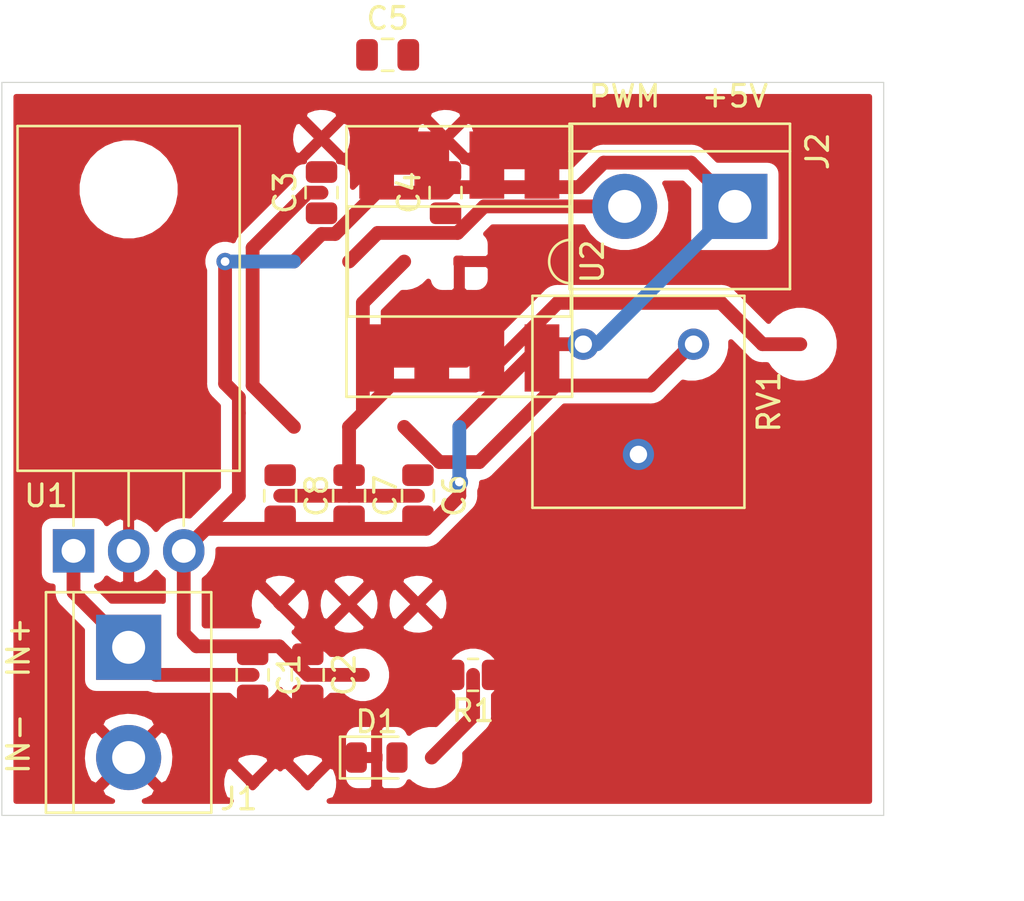
<source format=kicad_pcb>
(kicad_pcb (version 20171130) (host pcbnew "(5.1.7)-1")

  (general
    (thickness 1.6)
    (drawings 10)
    (tracks 66)
    (zones 0)
    (modules 15)
    (nets 9)
  )

  (page A4)
  (layers
    (0 F.Cu signal)
    (31 B.Cu signal)
    (32 B.Adhes user)
    (33 F.Adhes user)
    (34 B.Paste user)
    (35 F.Paste user)
    (36 B.SilkS user)
    (37 F.SilkS user)
    (38 B.Mask user)
    (39 F.Mask user)
    (40 Dwgs.User user)
    (41 Cmts.User user)
    (42 Eco1.User user)
    (43 Eco2.User user)
    (44 Edge.Cuts user)
    (45 Margin user)
    (46 B.CrtYd user)
    (47 F.CrtYd user)
    (48 B.Fab user)
    (49 F.Fab user)
  )

  (setup
    (last_trace_width 0.25)
    (user_trace_width 0.254)
    (user_trace_width 0.635)
    (user_trace_width 1.27)
    (trace_clearance 0.2)
    (zone_clearance 0.508)
    (zone_45_only no)
    (trace_min 0.2)
    (via_size 0.8)
    (via_drill 0.4)
    (via_min_size 0.4)
    (via_min_drill 0.3)
    (user_via 4.2 3)
    (uvia_size 0.3)
    (uvia_drill 0.1)
    (uvias_allowed no)
    (uvia_min_size 0.2)
    (uvia_min_drill 0.1)
    (edge_width 0.05)
    (segment_width 0.2)
    (pcb_text_width 0.3)
    (pcb_text_size 1.5 1.5)
    (mod_edge_width 0.12)
    (mod_text_size 1 1)
    (mod_text_width 0.15)
    (pad_size 1.524 1.524)
    (pad_drill 0.762)
    (pad_to_mask_clearance 0)
    (aux_axis_origin 0 0)
    (grid_origin 27.178 62.992)
    (visible_elements 7FFFFFFF)
    (pcbplotparams
      (layerselection 0x010fc_ffffffff)
      (usegerberextensions false)
      (usegerberattributes true)
      (usegerberadvancedattributes true)
      (creategerberjobfile true)
      (excludeedgelayer true)
      (linewidth 0.100000)
      (plotframeref false)
      (viasonmask false)
      (mode 1)
      (useauxorigin false)
      (hpglpennumber 1)
      (hpglpenspeed 20)
      (hpglpendiameter 15.000000)
      (psnegative false)
      (psa4output false)
      (plotreference true)
      (plotvalue true)
      (plotinvisibletext false)
      (padsonsilk false)
      (subtractmaskfromsilk false)
      (outputformat 1)
      (mirror false)
      (drillshape 1)
      (scaleselection 1)
      (outputdirectory ""))
  )

  (net 0 "")
  (net 1 GND)
  (net 2 "Net-(C1-Pad1)")
  (net 3 +5V)
  (net 4 "Net-(C3-Pad1)")
  (net 5 "Net-(C5-Pad1)")
  (net 6 "Net-(D1-Pad2)")
  (net 7 "Net-(J2-Pad2)")
  (net 8 "Net-(RV1-Pad2)")

  (net_class Default "This is the default net class."
    (clearance 0.2)
    (trace_width 0.25)
    (via_dia 0.8)
    (via_drill 0.4)
    (uvia_dia 0.3)
    (uvia_drill 0.1)
    (add_net +5V)
    (add_net GND)
    (add_net "Net-(C1-Pad1)")
    (add_net "Net-(C3-Pad1)")
    (add_net "Net-(C5-Pad1)")
    (add_net "Net-(D1-Pad2)")
    (add_net "Net-(J2-Pad2)")
    (add_net "Net-(RV1-Pad2)")
  )

  (module TerminalBlock:TerminalBlock_bornier-2_P5.08mm (layer F.Cu) (tedit 59FF03AB) (tstamp 6037EE17)
    (at 33.02 55.245 270)
    (descr "simple 2-pin terminal block, pitch 5.08mm, revamped version of bornier2")
    (tags "terminal block bornier2")
    (path /602EBC48)
    (fp_text reference J1 (at 6.985 -5.08) (layer F.SilkS)
      (effects (font (size 1 1) (thickness 0.15)))
    )
    (fp_text value PWR_in (at 1.905 -2.54 90) (layer F.Fab)
      (effects (font (size 1 1) (thickness 0.15)))
    )
    (fp_line (start 7.79 4) (end -2.71 4) (layer F.CrtYd) (width 0.05))
    (fp_line (start 7.79 4) (end 7.79 -4) (layer F.CrtYd) (width 0.05))
    (fp_line (start -2.71 -4) (end -2.71 4) (layer F.CrtYd) (width 0.05))
    (fp_line (start -2.71 -4) (end 7.79 -4) (layer F.CrtYd) (width 0.05))
    (fp_line (start -2.54 3.81) (end 7.62 3.81) (layer F.SilkS) (width 0.12))
    (fp_line (start -2.54 -3.81) (end -2.54 3.81) (layer F.SilkS) (width 0.12))
    (fp_line (start 7.62 -3.81) (end -2.54 -3.81) (layer F.SilkS) (width 0.12))
    (fp_line (start 7.62 3.81) (end 7.62 -3.81) (layer F.SilkS) (width 0.12))
    (fp_line (start 7.62 2.54) (end -2.54 2.54) (layer F.SilkS) (width 0.12))
    (fp_line (start 7.54 -3.75) (end -2.46 -3.75) (layer F.Fab) (width 0.1))
    (fp_line (start 7.54 3.75) (end 7.54 -3.75) (layer F.Fab) (width 0.1))
    (fp_line (start -2.46 3.75) (end 7.54 3.75) (layer F.Fab) (width 0.1))
    (fp_line (start -2.46 -3.75) (end -2.46 3.75) (layer F.Fab) (width 0.1))
    (fp_line (start -2.41 2.55) (end 7.49 2.55) (layer F.Fab) (width 0.1))
    (fp_text user %R (at 2.54 0 90) (layer F.Fab)
      (effects (font (size 1 1) (thickness 0.15)))
    )
    (pad 2 thru_hole circle (at 5.08 0 270) (size 3 3) (drill 1.52) (layers *.Cu *.Mask)
      (net 1 GND))
    (pad 1 thru_hole rect (at 0 0 270) (size 3 3) (drill 1.52) (layers *.Cu *.Mask)
      (net 2 "Net-(C1-Pad1)"))
    (model ${KISYS3DMOD}/TerminalBlock.3dshapes/TerminalBlock_bornier-2_P5.08mm.wrl
      (offset (xyz 2.539999961853027 0 0))
      (scale (xyz 1 1 1))
      (rotate (xyz 0 0 0))
    )
  )

  (module TerminalBlock:TerminalBlock_bornier-2_P5.08mm (layer F.Cu) (tedit 59FF03AB) (tstamp 60385767)
    (at 60.96 34.925 180)
    (descr "simple 2-pin terminal block, pitch 5.08mm, revamped version of bornier2")
    (tags "terminal block bornier2")
    (path /602EF0D8)
    (fp_text reference J2 (at -3.81 2.54 270) (layer F.SilkS)
      (effects (font (size 1 1) (thickness 0.15)))
    )
    (fp_text value "OUT 5V & PWM" (at 2.54 -2.54) (layer F.Fab)
      (effects (font (size 1 1) (thickness 0.15)))
    )
    (fp_line (start -2.41 2.55) (end 7.49 2.55) (layer F.Fab) (width 0.1))
    (fp_line (start -2.46 -3.75) (end -2.46 3.75) (layer F.Fab) (width 0.1))
    (fp_line (start -2.46 3.75) (end 7.54 3.75) (layer F.Fab) (width 0.1))
    (fp_line (start 7.54 3.75) (end 7.54 -3.75) (layer F.Fab) (width 0.1))
    (fp_line (start 7.54 -3.75) (end -2.46 -3.75) (layer F.Fab) (width 0.1))
    (fp_line (start 7.62 2.54) (end -2.54 2.54) (layer F.SilkS) (width 0.12))
    (fp_line (start 7.62 3.81) (end 7.62 -3.81) (layer F.SilkS) (width 0.12))
    (fp_line (start 7.62 -3.81) (end -2.54 -3.81) (layer F.SilkS) (width 0.12))
    (fp_line (start -2.54 -3.81) (end -2.54 3.81) (layer F.SilkS) (width 0.12))
    (fp_line (start -2.54 3.81) (end 7.62 3.81) (layer F.SilkS) (width 0.12))
    (fp_line (start -2.71 -4) (end 7.79 -4) (layer F.CrtYd) (width 0.05))
    (fp_line (start -2.71 -4) (end -2.71 4) (layer F.CrtYd) (width 0.05))
    (fp_line (start 7.79 4) (end 7.79 -4) (layer F.CrtYd) (width 0.05))
    (fp_line (start 7.79 4) (end -2.71 4) (layer F.CrtYd) (width 0.05))
    (fp_text user %R (at 2.54 0) (layer F.Fab)
      (effects (font (size 1 1) (thickness 0.15)))
    )
    (pad 1 thru_hole rect (at 0 0 180) (size 3 3) (drill 1.52) (layers *.Cu *.Mask)
      (net 3 +5V))
    (pad 2 thru_hole circle (at 5.08 0 180) (size 3 3) (drill 1.52) (layers *.Cu *.Mask)
      (net 7 "Net-(J2-Pad2)"))
    (model ${KISYS3DMOD}/TerminalBlock.3dshapes/TerminalBlock_bornier-2_P5.08mm.wrl
      (offset (xyz 2.539999961853027 0 0))
      (scale (xyz 1 1 1))
      (rotate (xyz 0 0 0))
    )
  )

  (module Package_TO_SOT_THT:TO-220-3_Horizontal_TabDown (layer F.Cu) (tedit 5AC8BA0D) (tstamp 6038B1B6)
    (at 30.48 50.8)
    (descr "TO-220-3, Horizontal, RM 2.54mm, see https://www.vishay.com/docs/66542/to-220-1.pdf")
    (tags "TO-220-3 Horizontal RM 2.54mm")
    (path /602EF9F5)
    (fp_text reference U1 (at -1.27 -2.54) (layer F.SilkS)
      (effects (font (size 1 1) (thickness 0.15)))
    )
    (fp_text value L7805 (at 2.54 -8.89) (layer F.Fab)
      (effects (font (size 1 1) (thickness 0.15)))
    )
    (fp_circle (center 2.54 -16.66) (end 4.39 -16.66) (layer F.Fab) (width 0.1))
    (fp_line (start -2.46 -13.06) (end -2.46 -19.46) (layer F.Fab) (width 0.1))
    (fp_line (start -2.46 -19.46) (end 7.54 -19.46) (layer F.Fab) (width 0.1))
    (fp_line (start 7.54 -19.46) (end 7.54 -13.06) (layer F.Fab) (width 0.1))
    (fp_line (start 7.54 -13.06) (end -2.46 -13.06) (layer F.Fab) (width 0.1))
    (fp_line (start -2.46 -3.81) (end -2.46 -13.06) (layer F.Fab) (width 0.1))
    (fp_line (start -2.46 -13.06) (end 7.54 -13.06) (layer F.Fab) (width 0.1))
    (fp_line (start 7.54 -13.06) (end 7.54 -3.81) (layer F.Fab) (width 0.1))
    (fp_line (start 7.54 -3.81) (end -2.46 -3.81) (layer F.Fab) (width 0.1))
    (fp_line (start 0 -3.81) (end 0 0) (layer F.Fab) (width 0.1))
    (fp_line (start 2.54 -3.81) (end 2.54 0) (layer F.Fab) (width 0.1))
    (fp_line (start 5.08 -3.81) (end 5.08 0) (layer F.Fab) (width 0.1))
    (fp_line (start -2.58 -3.69) (end 7.66 -3.69) (layer F.SilkS) (width 0.12))
    (fp_line (start -2.58 -19.58) (end 7.66 -19.58) (layer F.SilkS) (width 0.12))
    (fp_line (start -2.58 -19.58) (end -2.58 -3.69) (layer F.SilkS) (width 0.12))
    (fp_line (start 7.66 -19.58) (end 7.66 -3.69) (layer F.SilkS) (width 0.12))
    (fp_line (start 0 -3.69) (end 0 -1.15) (layer F.SilkS) (width 0.12))
    (fp_line (start 2.54 -3.69) (end 2.54 -1.15) (layer F.SilkS) (width 0.12))
    (fp_line (start 5.08 -3.69) (end 5.08 -1.15) (layer F.SilkS) (width 0.12))
    (fp_line (start -2.71 -19.71) (end -2.71 1.25) (layer F.CrtYd) (width 0.05))
    (fp_line (start -2.71 1.25) (end 7.79 1.25) (layer F.CrtYd) (width 0.05))
    (fp_line (start 7.79 1.25) (end 7.79 -19.71) (layer F.CrtYd) (width 0.05))
    (fp_line (start 7.79 -19.71) (end -2.71 -19.71) (layer F.CrtYd) (width 0.05))
    (fp_text user %R (at 2.54 -20.58) (layer F.Fab)
      (effects (font (size 1 1) (thickness 0.15)))
    )
    (pad "" np_thru_hole oval (at 2.54 -16.66) (size 3.5 3.5) (drill 3.5) (layers *.Cu *.Mask))
    (pad 1 thru_hole rect (at 0 0) (size 1.905 2) (drill 1.1) (layers *.Cu *.Mask)
      (net 2 "Net-(C1-Pad1)"))
    (pad 2 thru_hole oval (at 2.54 0) (size 1.905 2) (drill 1.1) (layers *.Cu *.Mask)
      (net 1 GND))
    (pad 3 thru_hole oval (at 5.08 0) (size 1.905 2) (drill 1.1) (layers *.Cu *.Mask)
      (net 3 +5V))
    (model ${KISYS3DMOD}/Package_TO_SOT_THT.3dshapes/TO-220-3_Horizontal_TabDown.wrl
      (at (xyz 0 0 0))
      (scale (xyz 1 1 1))
      (rotate (xyz 0 0 0))
    )
  )

  (module Capacitor_SMD:C_0805_2012Metric (layer F.Cu) (tedit 5F68FEEE) (tstamp 604391C3)
    (at 38.735 56.515 270)
    (descr "Capacitor SMD 0805 (2012 Metric), square (rectangular) end terminal, IPC_7351 nominal, (Body size source: IPC-SM-782 page 76, https://www.pcb-3d.com/wordpress/wp-content/uploads/ipc-sm-782a_amendment_1_and_2.pdf, https://docs.google.com/spreadsheets/d/1BsfQQcO9C6DZCsRaXUlFlo91Tg2WpOkGARC1WS5S8t0/edit?usp=sharing), generated with kicad-footprint-generator")
    (tags capacitor)
    (path /602E82EB)
    (attr smd)
    (fp_text reference C1 (at 0 -1.68 90) (layer F.SilkS)
      (effects (font (size 1 1) (thickness 0.15)))
    )
    (fp_text value 100n (at 0 1.68 90) (layer F.Fab)
      (effects (font (size 1 1) (thickness 0.15)))
    )
    (fp_text user %R (at 0 0 90) (layer F.Fab)
      (effects (font (size 0.5 0.5) (thickness 0.08)))
    )
    (fp_line (start -1 0.625) (end -1 -0.625) (layer F.Fab) (width 0.1))
    (fp_line (start -1 -0.625) (end 1 -0.625) (layer F.Fab) (width 0.1))
    (fp_line (start 1 -0.625) (end 1 0.625) (layer F.Fab) (width 0.1))
    (fp_line (start 1 0.625) (end -1 0.625) (layer F.Fab) (width 0.1))
    (fp_line (start -0.261252 -0.735) (end 0.261252 -0.735) (layer F.SilkS) (width 0.12))
    (fp_line (start -0.261252 0.735) (end 0.261252 0.735) (layer F.SilkS) (width 0.12))
    (fp_line (start -1.7 0.98) (end -1.7 -0.98) (layer F.CrtYd) (width 0.05))
    (fp_line (start -1.7 -0.98) (end 1.7 -0.98) (layer F.CrtYd) (width 0.05))
    (fp_line (start 1.7 -0.98) (end 1.7 0.98) (layer F.CrtYd) (width 0.05))
    (fp_line (start 1.7 0.98) (end -1.7 0.98) (layer F.CrtYd) (width 0.05))
    (pad 2 smd roundrect (at 0.95 0 270) (size 1 1.45) (layers F.Cu F.Paste F.Mask) (roundrect_rratio 0.25)
      (net 1 GND))
    (pad 1 smd roundrect (at -0.95 0 270) (size 1 1.45) (layers F.Cu F.Paste F.Mask) (roundrect_rratio 0.25)
      (net 2 "Net-(C1-Pad1)"))
    (model ${KISYS3DMOD}/Capacitor_SMD.3dshapes/C_0805_2012Metric.wrl
      (at (xyz 0 0 0))
      (scale (xyz 1 1 1))
      (rotate (xyz 0 0 0))
    )
  )

  (module Capacitor_SMD:C_0805_2012Metric (layer F.Cu) (tedit 5F68FEEE) (tstamp 604391D3)
    (at 41.275 56.515 270)
    (descr "Capacitor SMD 0805 (2012 Metric), square (rectangular) end terminal, IPC_7351 nominal, (Body size source: IPC-SM-782 page 76, https://www.pcb-3d.com/wordpress/wp-content/uploads/ipc-sm-782a_amendment_1_and_2.pdf, https://docs.google.com/spreadsheets/d/1BsfQQcO9C6DZCsRaXUlFlo91Tg2WpOkGARC1WS5S8t0/edit?usp=sharing), generated with kicad-footprint-generator")
    (tags capacitor)
    (path /602E8B44)
    (attr smd)
    (fp_text reference C2 (at 0 -1.68 90) (layer F.SilkS)
      (effects (font (size 1 1) (thickness 0.15)))
    )
    (fp_text value 47n (at 0 1.68 90) (layer F.Fab)
      (effects (font (size 1 1) (thickness 0.15)))
    )
    (fp_line (start 1.7 0.98) (end -1.7 0.98) (layer F.CrtYd) (width 0.05))
    (fp_line (start 1.7 -0.98) (end 1.7 0.98) (layer F.CrtYd) (width 0.05))
    (fp_line (start -1.7 -0.98) (end 1.7 -0.98) (layer F.CrtYd) (width 0.05))
    (fp_line (start -1.7 0.98) (end -1.7 -0.98) (layer F.CrtYd) (width 0.05))
    (fp_line (start -0.261252 0.735) (end 0.261252 0.735) (layer F.SilkS) (width 0.12))
    (fp_line (start -0.261252 -0.735) (end 0.261252 -0.735) (layer F.SilkS) (width 0.12))
    (fp_line (start 1 0.625) (end -1 0.625) (layer F.Fab) (width 0.1))
    (fp_line (start 1 -0.625) (end 1 0.625) (layer F.Fab) (width 0.1))
    (fp_line (start -1 -0.625) (end 1 -0.625) (layer F.Fab) (width 0.1))
    (fp_line (start -1 0.625) (end -1 -0.625) (layer F.Fab) (width 0.1))
    (fp_text user %R (at 0 0 90) (layer F.Fab)
      (effects (font (size 0.5 0.5) (thickness 0.08)))
    )
    (pad 1 smd roundrect (at -0.95 0 270) (size 1 1.45) (layers F.Cu F.Paste F.Mask) (roundrect_rratio 0.25)
      (net 3 +5V))
    (pad 2 smd roundrect (at 0.95 0 270) (size 1 1.45) (layers F.Cu F.Paste F.Mask) (roundrect_rratio 0.25)
      (net 1 GND))
    (model ${KISYS3DMOD}/Capacitor_SMD.3dshapes/C_0805_2012Metric.wrl
      (at (xyz 0 0 0))
      (scale (xyz 1 1 1))
      (rotate (xyz 0 0 0))
    )
  )

  (module Capacitor_SMD:C_0805_2012Metric (layer F.Cu) (tedit 5F68FEEE) (tstamp 604391E3)
    (at 41.91 34.29 90)
    (descr "Capacitor SMD 0805 (2012 Metric), square (rectangular) end terminal, IPC_7351 nominal, (Body size source: IPC-SM-782 page 76, https://www.pcb-3d.com/wordpress/wp-content/uploads/ipc-sm-782a_amendment_1_and_2.pdf, https://docs.google.com/spreadsheets/d/1BsfQQcO9C6DZCsRaXUlFlo91Tg2WpOkGARC1WS5S8t0/edit?usp=sharing), generated with kicad-footprint-generator")
    (tags capacitor)
    (path /602E5DB1)
    (attr smd)
    (fp_text reference C3 (at 0 -1.68 90) (layer F.SilkS)
      (effects (font (size 1 1) (thickness 0.15)))
    )
    (fp_text value 0.1u (at 0 1.68 90) (layer F.Fab)
      (effects (font (size 1 1) (thickness 0.15)))
    )
    (fp_line (start 1.7 0.98) (end -1.7 0.98) (layer F.CrtYd) (width 0.05))
    (fp_line (start 1.7 -0.98) (end 1.7 0.98) (layer F.CrtYd) (width 0.05))
    (fp_line (start -1.7 -0.98) (end 1.7 -0.98) (layer F.CrtYd) (width 0.05))
    (fp_line (start -1.7 0.98) (end -1.7 -0.98) (layer F.CrtYd) (width 0.05))
    (fp_line (start -0.261252 0.735) (end 0.261252 0.735) (layer F.SilkS) (width 0.12))
    (fp_line (start -0.261252 -0.735) (end 0.261252 -0.735) (layer F.SilkS) (width 0.12))
    (fp_line (start 1 0.625) (end -1 0.625) (layer F.Fab) (width 0.1))
    (fp_line (start 1 -0.625) (end 1 0.625) (layer F.Fab) (width 0.1))
    (fp_line (start -1 -0.625) (end 1 -0.625) (layer F.Fab) (width 0.1))
    (fp_line (start -1 0.625) (end -1 -0.625) (layer F.Fab) (width 0.1))
    (fp_text user %R (at 0 0 90) (layer F.Fab)
      (effects (font (size 0.5 0.5) (thickness 0.08)))
    )
    (pad 1 smd roundrect (at -0.95 0 90) (size 1 1.45) (layers F.Cu F.Paste F.Mask) (roundrect_rratio 0.25)
      (net 4 "Net-(C3-Pad1)"))
    (pad 2 smd roundrect (at 0.95 0 90) (size 1 1.45) (layers F.Cu F.Paste F.Mask) (roundrect_rratio 0.25)
      (net 1 GND))
    (model ${KISYS3DMOD}/Capacitor_SMD.3dshapes/C_0805_2012Metric.wrl
      (at (xyz 0 0 0))
      (scale (xyz 1 1 1))
      (rotate (xyz 0 0 0))
    )
  )

  (module Capacitor_SMD:C_0805_2012Metric (layer F.Cu) (tedit 5F68FEEE) (tstamp 604391F3)
    (at 47.625 34.29 90)
    (descr "Capacitor SMD 0805 (2012 Metric), square (rectangular) end terminal, IPC_7351 nominal, (Body size source: IPC-SM-782 page 76, https://www.pcb-3d.com/wordpress/wp-content/uploads/ipc-sm-782a_amendment_1_and_2.pdf, https://docs.google.com/spreadsheets/d/1BsfQQcO9C6DZCsRaXUlFlo91Tg2WpOkGARC1WS5S8t0/edit?usp=sharing), generated with kicad-footprint-generator")
    (tags capacitor)
    (path /60393D55)
    (attr smd)
    (fp_text reference C4 (at 0 -1.68 90) (layer F.SilkS)
      (effects (font (size 1 1) (thickness 0.15)))
    )
    (fp_text value 0.01u (at 0 1.68 90) (layer F.Fab)
      (effects (font (size 1 1) (thickness 0.15)))
    )
    (fp_text user %R (at 0 0 90) (layer F.Fab)
      (effects (font (size 0.5 0.5) (thickness 0.08)))
    )
    (fp_line (start -1 0.625) (end -1 -0.625) (layer F.Fab) (width 0.1))
    (fp_line (start -1 -0.625) (end 1 -0.625) (layer F.Fab) (width 0.1))
    (fp_line (start 1 -0.625) (end 1 0.625) (layer F.Fab) (width 0.1))
    (fp_line (start 1 0.625) (end -1 0.625) (layer F.Fab) (width 0.1))
    (fp_line (start -0.261252 -0.735) (end 0.261252 -0.735) (layer F.SilkS) (width 0.12))
    (fp_line (start -0.261252 0.735) (end 0.261252 0.735) (layer F.SilkS) (width 0.12))
    (fp_line (start -1.7 0.98) (end -1.7 -0.98) (layer F.CrtYd) (width 0.05))
    (fp_line (start -1.7 -0.98) (end 1.7 -0.98) (layer F.CrtYd) (width 0.05))
    (fp_line (start 1.7 -0.98) (end 1.7 0.98) (layer F.CrtYd) (width 0.05))
    (fp_line (start 1.7 0.98) (end -1.7 0.98) (layer F.CrtYd) (width 0.05))
    (pad 2 smd roundrect (at 0.95 0 90) (size 1 1.45) (layers F.Cu F.Paste F.Mask) (roundrect_rratio 0.25)
      (net 1 GND))
    (pad 1 smd roundrect (at -0.95 0 90) (size 1 1.45) (layers F.Cu F.Paste F.Mask) (roundrect_rratio 0.25)
      (net 3 +5V))
    (model ${KISYS3DMOD}/Capacitor_SMD.3dshapes/C_0805_2012Metric.wrl
      (at (xyz 0 0 0))
      (scale (xyz 1 1 1))
      (rotate (xyz 0 0 0))
    )
  )

  (module Capacitor_SMD:C_0805_2012Metric (layer F.Cu) (tedit 5F68FEEE) (tstamp 60439213)
    (at 44.958 27.94)
    (descr "Capacitor SMD 0805 (2012 Metric), square (rectangular) end terminal, IPC_7351 nominal, (Body size source: IPC-SM-782 page 76, https://www.pcb-3d.com/wordpress/wp-content/uploads/ipc-sm-782a_amendment_1_and_2.pdf, https://docs.google.com/spreadsheets/d/1BsfQQcO9C6DZCsRaXUlFlo91Tg2WpOkGARC1WS5S8t0/edit?usp=sharing), generated with kicad-footprint-generator")
    (tags capacitor)
    (path /602E7E41)
    (attr smd)
    (fp_text reference C5 (at 0 -1.68) (layer F.SilkS)
      (effects (font (size 1 1) (thickness 0.15)))
    )
    (fp_text value 10n (at 0 1.68) (layer F.Fab)
      (effects (font (size 1 1) (thickness 0.15)))
    )
    (fp_line (start 1.7 0.98) (end -1.7 0.98) (layer F.CrtYd) (width 0.05))
    (fp_line (start 1.7 -0.98) (end 1.7 0.98) (layer F.CrtYd) (width 0.05))
    (fp_line (start -1.7 -0.98) (end 1.7 -0.98) (layer F.CrtYd) (width 0.05))
    (fp_line (start -1.7 0.98) (end -1.7 -0.98) (layer F.CrtYd) (width 0.05))
    (fp_line (start -0.261252 0.735) (end 0.261252 0.735) (layer F.SilkS) (width 0.12))
    (fp_line (start -0.261252 -0.735) (end 0.261252 -0.735) (layer F.SilkS) (width 0.12))
    (fp_line (start 1 0.625) (end -1 0.625) (layer F.Fab) (width 0.1))
    (fp_line (start 1 -0.625) (end 1 0.625) (layer F.Fab) (width 0.1))
    (fp_line (start -1 -0.625) (end 1 -0.625) (layer F.Fab) (width 0.1))
    (fp_line (start -1 0.625) (end -1 -0.625) (layer F.Fab) (width 0.1))
    (fp_text user %R (at 0 0) (layer F.Fab)
      (effects (font (size 0.5 0.5) (thickness 0.08)))
    )
    (pad 1 smd roundrect (at -0.95 0) (size 1 1.45) (layers F.Cu F.Paste F.Mask) (roundrect_rratio 0.25)
      (net 5 "Net-(C5-Pad1)"))
    (pad 2 smd roundrect (at 0.95 0) (size 1 1.45) (layers F.Cu F.Paste F.Mask) (roundrect_rratio 0.25)
      (net 1 GND))
    (model ${KISYS3DMOD}/Capacitor_SMD.3dshapes/C_0805_2012Metric.wrl
      (at (xyz 0 0 0))
      (scale (xyz 1 1 1))
      (rotate (xyz 0 0 0))
    )
  )

  (module Capacitor_SMD:C_0805_2012Metric (layer F.Cu) (tedit 5F68FEEE) (tstamp 60439214)
    (at 46.355 48.26 270)
    (descr "Capacitor SMD 0805 (2012 Metric), square (rectangular) end terminal, IPC_7351 nominal, (Body size source: IPC-SM-782 page 76, https://www.pcb-3d.com/wordpress/wp-content/uploads/ipc-sm-782a_amendment_1_and_2.pdf, https://docs.google.com/spreadsheets/d/1BsfQQcO9C6DZCsRaXUlFlo91Tg2WpOkGARC1WS5S8t0/edit?usp=sharing), generated with kicad-footprint-generator")
    (tags capacitor)
    (path /602E796F)
    (attr smd)
    (fp_text reference C6 (at 0 -1.68 90) (layer F.SilkS)
      (effects (font (size 1 1) (thickness 0.15)))
    )
    (fp_text value 10n (at 0 1.68 90) (layer F.Fab)
      (effects (font (size 1 1) (thickness 0.15)))
    )
    (fp_text user %R (at 0 0 90) (layer F.Fab)
      (effects (font (size 0.5 0.5) (thickness 0.08)))
    )
    (fp_line (start -1 0.625) (end -1 -0.625) (layer F.Fab) (width 0.1))
    (fp_line (start -1 -0.625) (end 1 -0.625) (layer F.Fab) (width 0.1))
    (fp_line (start 1 -0.625) (end 1 0.625) (layer F.Fab) (width 0.1))
    (fp_line (start 1 0.625) (end -1 0.625) (layer F.Fab) (width 0.1))
    (fp_line (start -0.261252 -0.735) (end 0.261252 -0.735) (layer F.SilkS) (width 0.12))
    (fp_line (start -0.261252 0.735) (end 0.261252 0.735) (layer F.SilkS) (width 0.12))
    (fp_line (start -1.7 0.98) (end -1.7 -0.98) (layer F.CrtYd) (width 0.05))
    (fp_line (start -1.7 -0.98) (end 1.7 -0.98) (layer F.CrtYd) (width 0.05))
    (fp_line (start 1.7 -0.98) (end 1.7 0.98) (layer F.CrtYd) (width 0.05))
    (fp_line (start 1.7 0.98) (end -1.7 0.98) (layer F.CrtYd) (width 0.05))
    (pad 2 smd roundrect (at 0.95 0 270) (size 1 1.45) (layers F.Cu F.Paste F.Mask) (roundrect_rratio 0.25)
      (net 1 GND))
    (pad 1 smd roundrect (at -0.95 0 270) (size 1 1.45) (layers F.Cu F.Paste F.Mask) (roundrect_rratio 0.25)
      (net 5 "Net-(C5-Pad1)"))
    (model ${KISYS3DMOD}/Capacitor_SMD.3dshapes/C_0805_2012Metric.wrl
      (at (xyz 0 0 0))
      (scale (xyz 1 1 1))
      (rotate (xyz 0 0 0))
    )
  )

  (module Capacitor_SMD:C_0805_2012Metric (layer F.Cu) (tedit 5F68FEEE) (tstamp 60439224)
    (at 43.18 48.26 270)
    (descr "Capacitor SMD 0805 (2012 Metric), square (rectangular) end terminal, IPC_7351 nominal, (Body size source: IPC-SM-782 page 76, https://www.pcb-3d.com/wordpress/wp-content/uploads/ipc-sm-782a_amendment_1_and_2.pdf, https://docs.google.com/spreadsheets/d/1BsfQQcO9C6DZCsRaXUlFlo91Tg2WpOkGARC1WS5S8t0/edit?usp=sharing), generated with kicad-footprint-generator")
    (tags capacitor)
    (path /602E7598)
    (attr smd)
    (fp_text reference C7 (at 0 -1.68 90) (layer F.SilkS)
      (effects (font (size 1 1) (thickness 0.15)))
    )
    (fp_text value 100n (at 0 1.68 90) (layer F.Fab)
      (effects (font (size 1 1) (thickness 0.15)))
    )
    (fp_line (start 1.7 0.98) (end -1.7 0.98) (layer F.CrtYd) (width 0.05))
    (fp_line (start 1.7 -0.98) (end 1.7 0.98) (layer F.CrtYd) (width 0.05))
    (fp_line (start -1.7 -0.98) (end 1.7 -0.98) (layer F.CrtYd) (width 0.05))
    (fp_line (start -1.7 0.98) (end -1.7 -0.98) (layer F.CrtYd) (width 0.05))
    (fp_line (start -0.261252 0.735) (end 0.261252 0.735) (layer F.SilkS) (width 0.12))
    (fp_line (start -0.261252 -0.735) (end 0.261252 -0.735) (layer F.SilkS) (width 0.12))
    (fp_line (start 1 0.625) (end -1 0.625) (layer F.Fab) (width 0.1))
    (fp_line (start 1 -0.625) (end 1 0.625) (layer F.Fab) (width 0.1))
    (fp_line (start -1 -0.625) (end 1 -0.625) (layer F.Fab) (width 0.1))
    (fp_line (start -1 0.625) (end -1 -0.625) (layer F.Fab) (width 0.1))
    (fp_text user %R (at 0 0 90) (layer F.Fab)
      (effects (font (size 0.5 0.5) (thickness 0.08)))
    )
    (pad 1 smd roundrect (at -0.95 0 270) (size 1 1.45) (layers F.Cu F.Paste F.Mask) (roundrect_rratio 0.25)
      (net 5 "Net-(C5-Pad1)"))
    (pad 2 smd roundrect (at 0.95 0 270) (size 1 1.45) (layers F.Cu F.Paste F.Mask) (roundrect_rratio 0.25)
      (net 1 GND))
    (model ${KISYS3DMOD}/Capacitor_SMD.3dshapes/C_0805_2012Metric.wrl
      (at (xyz 0 0 0))
      (scale (xyz 1 1 1))
      (rotate (xyz 0 0 0))
    )
  )

  (module Capacitor_SMD:C_0805_2012Metric (layer F.Cu) (tedit 5F68FEEE) (tstamp 60439234)
    (at 40.005 48.26 270)
    (descr "Capacitor SMD 0805 (2012 Metric), square (rectangular) end terminal, IPC_7351 nominal, (Body size source: IPC-SM-782 page 76, https://www.pcb-3d.com/wordpress/wp-content/uploads/ipc-sm-782a_amendment_1_and_2.pdf, https://docs.google.com/spreadsheets/d/1BsfQQcO9C6DZCsRaXUlFlo91Tg2WpOkGARC1WS5S8t0/edit?usp=sharing), generated with kicad-footprint-generator")
    (tags capacitor)
    (path /602E692B)
    (attr smd)
    (fp_text reference C8 (at 0 -1.68 90) (layer F.SilkS)
      (effects (font (size 1 1) (thickness 0.15)))
    )
    (fp_text value 100n (at 0 1.68 90) (layer F.Fab)
      (effects (font (size 1 1) (thickness 0.15)))
    )
    (fp_text user %R (at 0 0 90) (layer F.Fab)
      (effects (font (size 0.5 0.5) (thickness 0.08)))
    )
    (fp_line (start -1 0.625) (end -1 -0.625) (layer F.Fab) (width 0.1))
    (fp_line (start -1 -0.625) (end 1 -0.625) (layer F.Fab) (width 0.1))
    (fp_line (start 1 -0.625) (end 1 0.625) (layer F.Fab) (width 0.1))
    (fp_line (start 1 0.625) (end -1 0.625) (layer F.Fab) (width 0.1))
    (fp_line (start -0.261252 -0.735) (end 0.261252 -0.735) (layer F.SilkS) (width 0.12))
    (fp_line (start -0.261252 0.735) (end 0.261252 0.735) (layer F.SilkS) (width 0.12))
    (fp_line (start -1.7 0.98) (end -1.7 -0.98) (layer F.CrtYd) (width 0.05))
    (fp_line (start -1.7 -0.98) (end 1.7 -0.98) (layer F.CrtYd) (width 0.05))
    (fp_line (start 1.7 -0.98) (end 1.7 0.98) (layer F.CrtYd) (width 0.05))
    (fp_line (start 1.7 0.98) (end -1.7 0.98) (layer F.CrtYd) (width 0.05))
    (pad 2 smd roundrect (at 0.95 0 270) (size 1 1.45) (layers F.Cu F.Paste F.Mask) (roundrect_rratio 0.25)
      (net 1 GND))
    (pad 1 smd roundrect (at -0.95 0 270) (size 1 1.45) (layers F.Cu F.Paste F.Mask) (roundrect_rratio 0.25)
      (net 5 "Net-(C5-Pad1)"))
    (model ${KISYS3DMOD}/Capacitor_SMD.3dshapes/C_0805_2012Metric.wrl
      (at (xyz 0 0 0))
      (scale (xyz 1 1 1))
      (rotate (xyz 0 0 0))
    )
  )

  (module LED_SMD:LED_0805_2012Metric (layer F.Cu) (tedit 5F68FEF1) (tstamp 60439244)
    (at 44.45 60.325)
    (descr "LED SMD 0805 (2012 Metric), square (rectangular) end terminal, IPC_7351 nominal, (Body size source: https://docs.google.com/spreadsheets/d/1BsfQQcO9C6DZCsRaXUlFlo91Tg2WpOkGARC1WS5S8t0/edit?usp=sharing), generated with kicad-footprint-generator")
    (tags LED)
    (path /602EE1E6)
    (attr smd)
    (fp_text reference D1 (at 0 -1.65) (layer F.SilkS)
      (effects (font (size 1 1) (thickness 0.15)))
    )
    (fp_text value "PWR LED GREEN" (at 0 1.65) (layer F.Fab)
      (effects (font (size 1 1) (thickness 0.15)))
    )
    (fp_line (start 1.68 0.95) (end -1.68 0.95) (layer F.CrtYd) (width 0.05))
    (fp_line (start 1.68 -0.95) (end 1.68 0.95) (layer F.CrtYd) (width 0.05))
    (fp_line (start -1.68 -0.95) (end 1.68 -0.95) (layer F.CrtYd) (width 0.05))
    (fp_line (start -1.68 0.95) (end -1.68 -0.95) (layer F.CrtYd) (width 0.05))
    (fp_line (start -1.685 0.96) (end 1 0.96) (layer F.SilkS) (width 0.12))
    (fp_line (start -1.685 -0.96) (end -1.685 0.96) (layer F.SilkS) (width 0.12))
    (fp_line (start 1 -0.96) (end -1.685 -0.96) (layer F.SilkS) (width 0.12))
    (fp_line (start 1 0.6) (end 1 -0.6) (layer F.Fab) (width 0.1))
    (fp_line (start -1 0.6) (end 1 0.6) (layer F.Fab) (width 0.1))
    (fp_line (start -1 -0.3) (end -1 0.6) (layer F.Fab) (width 0.1))
    (fp_line (start -0.7 -0.6) (end -1 -0.3) (layer F.Fab) (width 0.1))
    (fp_line (start 1 -0.6) (end -0.7 -0.6) (layer F.Fab) (width 0.1))
    (fp_text user %R (at 0 0) (layer F.Fab)
      (effects (font (size 0.5 0.5) (thickness 0.08)))
    )
    (pad 1 smd roundrect (at -0.9375 0) (size 0.975 1.4) (layers F.Cu F.Paste F.Mask) (roundrect_rratio 0.25)
      (net 1 GND))
    (pad 2 smd roundrect (at 0.9375 0) (size 0.975 1.4) (layers F.Cu F.Paste F.Mask) (roundrect_rratio 0.25)
      (net 6 "Net-(D1-Pad2)"))
    (model ${KISYS3DMOD}/LED_SMD.3dshapes/LED_0805_2012Metric.wrl
      (at (xyz 0 0 0))
      (scale (xyz 1 1 1))
      (rotate (xyz 0 0 0))
    )
  )

  (module Resistor_SMD:R_0805_2012Metric (layer F.Cu) (tedit 5F68FEEE) (tstamp 60439256)
    (at 48.895 56.515 180)
    (descr "Resistor SMD 0805 (2012 Metric), square (rectangular) end terminal, IPC_7351 nominal, (Body size source: IPC-SM-782 page 72, https://www.pcb-3d.com/wordpress/wp-content/uploads/ipc-sm-782a_amendment_1_and_2.pdf), generated with kicad-footprint-generator")
    (tags resistor)
    (path /602ECF9C)
    (attr smd)
    (fp_text reference R1 (at 0 -1.65) (layer F.SilkS)
      (effects (font (size 1 1) (thickness 0.15)))
    )
    (fp_text value R (at 0 1.65) (layer F.Fab)
      (effects (font (size 1 1) (thickness 0.15)))
    )
    (fp_line (start 1.68 0.95) (end -1.68 0.95) (layer F.CrtYd) (width 0.05))
    (fp_line (start 1.68 -0.95) (end 1.68 0.95) (layer F.CrtYd) (width 0.05))
    (fp_line (start -1.68 -0.95) (end 1.68 -0.95) (layer F.CrtYd) (width 0.05))
    (fp_line (start -1.68 0.95) (end -1.68 -0.95) (layer F.CrtYd) (width 0.05))
    (fp_line (start -0.227064 0.735) (end 0.227064 0.735) (layer F.SilkS) (width 0.12))
    (fp_line (start -0.227064 -0.735) (end 0.227064 -0.735) (layer F.SilkS) (width 0.12))
    (fp_line (start 1 0.625) (end -1 0.625) (layer F.Fab) (width 0.1))
    (fp_line (start 1 -0.625) (end 1 0.625) (layer F.Fab) (width 0.1))
    (fp_line (start -1 -0.625) (end 1 -0.625) (layer F.Fab) (width 0.1))
    (fp_line (start -1 0.625) (end -1 -0.625) (layer F.Fab) (width 0.1))
    (fp_text user %R (at 0 0) (layer F.Fab)
      (effects (font (size 0.5 0.5) (thickness 0.08)))
    )
    (pad 1 smd roundrect (at -0.9125 0 180) (size 1.025 1.4) (layers F.Cu F.Paste F.Mask) (roundrect_rratio 0.243902)
      (net 6 "Net-(D1-Pad2)"))
    (pad 2 smd roundrect (at 0.9125 0 180) (size 1.025 1.4) (layers F.Cu F.Paste F.Mask) (roundrect_rratio 0.243902)
      (net 3 +5V))
    (model ${KISYS3DMOD}/Resistor_SMD.3dshapes/R_0805_2012Metric.wrl
      (at (xyz 0 0 0))
      (scale (xyz 1 1 1))
      (rotate (xyz 0 0 0))
    )
  )

  (module Potentiometer_THT:Potentiometer_Bourns_3386F_Vertical (layer F.Cu) (tedit 5AA07388) (tstamp 60439266)
    (at 53.975 41.275 270)
    (descr "Potentiometer, vertical, Bourns 3386F, https://www.bourns.com/pdfs/3386.pdf")
    (tags "Potentiometer vertical Bourns 3386F")
    (path /602EA55F)
    (fp_text reference RV1 (at 2.655 -8.555 90) (layer F.SilkS)
      (effects (font (size 1 1) (thickness 0.15)))
    )
    (fp_text value 10k (at 2.655 3.475 90) (layer F.Fab)
      (effects (font (size 1 1) (thickness 0.15)))
    )
    (fp_line (start 7.67 -7.56) (end -2.36 -7.56) (layer F.CrtYd) (width 0.05))
    (fp_line (start 7.67 2.48) (end 7.67 -7.56) (layer F.CrtYd) (width 0.05))
    (fp_line (start -2.36 2.48) (end 7.67 2.48) (layer F.CrtYd) (width 0.05))
    (fp_line (start -2.36 -7.56) (end -2.36 2.48) (layer F.CrtYd) (width 0.05))
    (fp_line (start 7.54 -7.425) (end 7.54 2.345) (layer F.SilkS) (width 0.12))
    (fp_line (start -2.23 -7.425) (end -2.23 2.345) (layer F.SilkS) (width 0.12))
    (fp_line (start -2.23 2.345) (end 7.54 2.345) (layer F.SilkS) (width 0.12))
    (fp_line (start -2.23 -7.425) (end 7.54 -7.425) (layer F.SilkS) (width 0.12))
    (fp_line (start 1.781 -0.98) (end 1.781 -4.099) (layer F.Fab) (width 0.1))
    (fp_line (start 1.781 -0.98) (end 1.781 -4.099) (layer F.Fab) (width 0.1))
    (fp_line (start 7.42 -7.305) (end -2.11 -7.305) (layer F.Fab) (width 0.1))
    (fp_line (start 7.42 2.225) (end 7.42 -7.305) (layer F.Fab) (width 0.1))
    (fp_line (start -2.11 2.225) (end 7.42 2.225) (layer F.Fab) (width 0.1))
    (fp_line (start -2.11 -7.305) (end -2.11 2.225) (layer F.Fab) (width 0.1))
    (fp_circle (center 1.781 -2.54) (end 3.356 -2.54) (layer F.Fab) (width 0.1))
    (fp_text user %R (at -1.11 -2.54) (layer F.Fab)
      (effects (font (size 1 1) (thickness 0.15)))
    )
    (pad 3 thru_hole circle (at 0 -5.08 270) (size 1.44 1.44) (drill 0.8) (layers *.Cu *.Mask)
      (net 5 "Net-(C5-Pad1)"))
    (pad 2 thru_hole circle (at 5.08 -2.54 270) (size 1.44 1.44) (drill 0.8) (layers *.Cu *.Mask)
      (net 8 "Net-(RV1-Pad2)"))
    (pad 1 thru_hole circle (at 0 0 270) (size 1.44 1.44) (drill 0.8) (layers *.Cu *.Mask)
      (net 3 +5V))
    (model ${KISYS3DMOD}/Potentiometer_THT.3dshapes/Potentiometer_Bourns_3386F_Vertical.wrl
      (at (xyz 0 0 0))
      (scale (xyz 1 1 1))
      (rotate (xyz 0 0 0))
    )
  )

  (module Package_DIP:DIP-8_W8.89mm_SMDSocket_LongPads (layer F.Cu) (tedit 5A02E8C5) (tstamp 6043927C)
    (at 48.26 37.465 270)
    (descr "8-lead though-hole mounted DIP package, row spacing 8.89 mm (350 mils), SMDSocket, LongPads")
    (tags "THT DIP DIL PDIP 2.54mm 8.89mm 350mil SMDSocket LongPads")
    (path /602E2C26)
    (attr smd)
    (fp_text reference U2 (at 0 -6.14 90) (layer F.SilkS)
      (effects (font (size 1 1) (thickness 0.15)))
    )
    (fp_text value NE555P (at 0 6.14 90) (layer F.Fab)
      (effects (font (size 1 1) (thickness 0.15)))
    )
    (fp_line (start 6.25 -5.4) (end -6.25 -5.4) (layer F.CrtYd) (width 0.05))
    (fp_line (start 6.25 5.4) (end 6.25 -5.4) (layer F.CrtYd) (width 0.05))
    (fp_line (start -6.25 5.4) (end 6.25 5.4) (layer F.CrtYd) (width 0.05))
    (fp_line (start -6.25 -5.4) (end -6.25 5.4) (layer F.CrtYd) (width 0.05))
    (fp_line (start 6.235 -5.2) (end -6.235 -5.2) (layer F.SilkS) (width 0.12))
    (fp_line (start 6.235 5.2) (end 6.235 -5.2) (layer F.SilkS) (width 0.12))
    (fp_line (start -6.235 5.2) (end 6.235 5.2) (layer F.SilkS) (width 0.12))
    (fp_line (start -6.235 -5.2) (end -6.235 5.2) (layer F.SilkS) (width 0.12))
    (fp_line (start 2.535 -5.14) (end 1 -5.14) (layer F.SilkS) (width 0.12))
    (fp_line (start 2.535 5.14) (end 2.535 -5.14) (layer F.SilkS) (width 0.12))
    (fp_line (start -2.535 5.14) (end 2.535 5.14) (layer F.SilkS) (width 0.12))
    (fp_line (start -2.535 -5.14) (end -2.535 5.14) (layer F.SilkS) (width 0.12))
    (fp_line (start -1 -5.14) (end -2.535 -5.14) (layer F.SilkS) (width 0.12))
    (fp_line (start 5.08 -5.14) (end -5.08 -5.14) (layer F.Fab) (width 0.1))
    (fp_line (start 5.08 5.14) (end 5.08 -5.14) (layer F.Fab) (width 0.1))
    (fp_line (start -5.08 5.14) (end 5.08 5.14) (layer F.Fab) (width 0.1))
    (fp_line (start -5.08 -5.14) (end -5.08 5.14) (layer F.Fab) (width 0.1))
    (fp_line (start -3.175 -4.08) (end -2.175 -5.08) (layer F.Fab) (width 0.1))
    (fp_line (start -3.175 5.08) (end -3.175 -4.08) (layer F.Fab) (width 0.1))
    (fp_line (start 3.175 5.08) (end -3.175 5.08) (layer F.Fab) (width 0.1))
    (fp_line (start 3.175 -5.08) (end 3.175 5.08) (layer F.Fab) (width 0.1))
    (fp_line (start -2.175 -5.08) (end 3.175 -5.08) (layer F.Fab) (width 0.1))
    (fp_arc (start 0 -5.14) (end -1 -5.14) (angle -180) (layer F.SilkS) (width 0.12))
    (fp_text user %R (at 0 0 90) (layer F.Fab)
      (effects (font (size 1 1) (thickness 0.15)))
    )
    (pad 1 smd rect (at -4.445 -3.81 270) (size 3.1 1.6) (layers F.Cu F.Paste F.Mask)
      (net 1 GND))
    (pad 5 smd rect (at 4.445 3.81 270) (size 3.1 1.6) (layers F.Cu F.Paste F.Mask)
      (net 4 "Net-(C3-Pad1)"))
    (pad 2 smd rect (at -4.445 -1.27 270) (size 3.1 1.6) (layers F.Cu F.Paste F.Mask)
      (net 5 "Net-(C5-Pad1)"))
    (pad 6 smd rect (at 4.445 1.27 270) (size 3.1 1.6) (layers F.Cu F.Paste F.Mask)
      (net 5 "Net-(C5-Pad1)"))
    (pad 3 smd rect (at -4.445 1.27 270) (size 3.1 1.6) (layers F.Cu F.Paste F.Mask)
      (net 7 "Net-(J2-Pad2)"))
    (pad 7 smd rect (at 4.445 -1.27 270) (size 3.1 1.6) (layers F.Cu F.Paste F.Mask)
      (net 8 "Net-(RV1-Pad2)"))
    (pad 4 smd rect (at -4.445 3.81 270) (size 3.1 1.6) (layers F.Cu F.Paste F.Mask)
      (net 3 +5V))
    (pad 8 smd rect (at 4.445 -3.81 270) (size 3.1 1.6) (layers F.Cu F.Paste F.Mask)
      (net 3 +5V))
    (model ${KISYS3DMOD}/Package_DIP.3dshapes/DIP-8_W8.89mm_SMDSocket.wrl
      (at (xyz 0 0 0))
      (scale (xyz 1 1 1))
      (rotate (xyz 0 0 0))
    )
  )

  (dimension 40.64 (width 0.15) (layer Dwgs.User)
    (gr_text "40.64 mm" (at 47.498 67.594) (layer Dwgs.User)
      (effects (font (size 1 1) (thickness 0.15)))
    )
    (feature1 (pts (xy 27.178 62.992) (xy 27.178 66.880421)))
    (feature2 (pts (xy 67.818 62.992) (xy 67.818 66.880421)))
    (crossbar (pts (xy 67.818 66.294) (xy 27.178 66.294)))
    (arrow1a (pts (xy 27.178 66.294) (xy 28.304504 65.707579)))
    (arrow1b (pts (xy 27.178 66.294) (xy 28.304504 66.880421)))
    (arrow2a (pts (xy 67.818 66.294) (xy 66.691496 65.707579)))
    (arrow2b (pts (xy 67.818 66.294) (xy 66.691496 66.880421)))
  )
  (dimension 33.782 (width 0.15) (layer Dwgs.User)
    (gr_text "33.782 mm" (at 72.928 46.101 270) (layer Dwgs.User)
      (effects (font (size 1 1) (thickness 0.15)))
    )
    (feature1 (pts (xy 67.818 62.992) (xy 72.214421 62.992)))
    (feature2 (pts (xy 67.818 29.21) (xy 72.214421 29.21)))
    (crossbar (pts (xy 71.628 29.21) (xy 71.628 62.992)))
    (arrow1a (pts (xy 71.628 62.992) (xy 71.041579 61.865496)))
    (arrow1b (pts (xy 71.628 62.992) (xy 72.214421 61.865496)))
    (arrow2a (pts (xy 71.628 29.21) (xy 71.041579 30.336504)))
    (arrow2b (pts (xy 71.628 29.21) (xy 72.214421 30.336504)))
  )
  (gr_line (start 27.178 29.21) (end 67.818 29.21) (layer Edge.Cuts) (width 0.05))
  (gr_line (start 27.178 62.992) (end 27.178 29.21) (layer Edge.Cuts) (width 0.05))
  (gr_line (start 67.818 62.992) (end 27.178 62.992) (layer Edge.Cuts) (width 0.05))
  (gr_line (start 67.818 29.21) (end 67.818 62.992) (layer Edge.Cuts) (width 0.05))
  (gr_text PWM (at 55.88 29.845) (layer F.SilkS)
    (effects (font (size 1 1) (thickness 0.15)))
  )
  (gr_text +5V (at 60.96 29.845) (layer F.SilkS)
    (effects (font (size 1 1) (thickness 0.15)))
  )
  (gr_text IN- (at 27.94 59.69 90) (layer F.SilkS)
    (effects (font (size 1 1) (thickness 0.15)))
  )
  (gr_text IN+ (at 27.94 55.245 90) (layer F.SilkS)
    (effects (font (size 1 1) (thickness 0.15)))
  )

  (segment (start 30.48 52.705) (end 33.02 55.245) (width 0.635) (layer F.Cu) (net 2))
  (segment (start 30.48 50.8) (end 30.48 52.705) (width 0.635) (layer F.Cu) (net 2))
  (segment (start 34.29 56.515) (end 38.735 56.515) (width 0.635) (layer F.Cu) (net 2))
  (segment (start 33.02 55.245) (end 34.29 56.515) (width 0.635) (layer F.Cu) (net 2))
  (segment (start 41.275 56.515) (end 43.815 56.515) (width 0.635) (layer F.Cu) (net 3))
  (segment (start 39.957499 55.197499) (end 36.147499 55.197499) (width 0.635) (layer F.Cu) (net 3))
  (segment (start 41.275 56.515) (end 39.957499 55.197499) (width 0.635) (layer F.Cu) (net 3))
  (segment (start 35.56 54.61) (end 35.56 50.8) (width 0.635) (layer F.Cu) (net 3))
  (segment (start 36.147499 55.197499) (end 35.56 54.61) (width 0.635) (layer F.Cu) (net 3))
  (segment (start 40.64 37.465) (end 41.91 36.195) (width 0.635) (layer F.Cu) (net 3))
  (segment (start 44.441502 34.29) (end 47.625 34.29) (width 0.635) (layer F.Cu) (net 3))
  (segment (start 42.536502 36.195) (end 44.441502 34.29) (width 0.635) (layer F.Cu) (net 3))
  (segment (start 41.91 36.195) (end 42.536502 36.195) (width 0.635) (layer F.Cu) (net 3))
  (segment (start 35.56 50.8) (end 38.1 48.26) (width 0.635) (layer F.Cu) (net 3))
  (segment (start 38.1 48.26) (end 38.1 44.45) (width 0.635) (layer F.Cu) (net 3))
  (segment (start 38.1 43.725882) (end 37.465 43.090882) (width 0.635) (layer F.Cu) (net 3))
  (segment (start 38.1 44.45) (end 38.1 43.725882) (width 0.635) (layer F.Cu) (net 3))
  (segment (start 37.465 43.090882) (end 37.465 37.465) (width 0.635) (layer F.Cu) (net 3))
  (segment (start 37.465 37.465) (end 37.465 37.465) (width 0.635) (layer F.Cu) (net 3) (tstamp 603CD930))
  (via (at 37.465 37.465) (size 0.8) (drill 0.4) (layers F.Cu B.Cu) (net 3))
  (segment (start 37.465 37.465) (end 40.64 37.465) (width 0.635) (layer B.Cu) (net 3))
  (via (at 48.26 47.625) (size 0.8) (drill 0.4) (layers F.Cu B.Cu) (net 3))
  (segment (start 52.07 41.275) (end 53.975 41.275) (width 0.635) (layer F.Cu) (net 3))
  (segment (start 48.26 45.085) (end 52.07 41.275) (width 0.635) (layer F.Cu) (net 3))
  (segment (start 48.26 48.26) (end 48.26 47.625) (width 0.635) (layer F.Cu) (net 3))
  (segment (start 46.736 49.784) (end 48.26 48.26) (width 0.635) (layer F.Cu) (net 3))
  (segment (start 36.576 49.784) (end 46.736 49.784) (width 0.635) (layer F.Cu) (net 3))
  (segment (start 35.56 50.8) (end 36.576 49.784) (width 0.635) (layer F.Cu) (net 3))
  (segment (start 48.26 47.625) (end 48.26 45.085) (width 0.635) (layer B.Cu) (net 3))
  (segment (start 54.61 41.275) (end 60.96 34.925) (width 0.635) (layer B.Cu) (net 3))
  (segment (start 53.975 41.275) (end 54.61 41.275) (width 0.635) (layer B.Cu) (net 3))
  (segment (start 58.942499 32.907499) (end 60.96 34.925) (width 0.635) (layer F.Cu) (net 3))
  (segment (start 54.911599 32.907499) (end 58.942499 32.907499) (width 0.635) (layer F.Cu) (net 3))
  (segment (start 53.783098 34.036) (end 54.911599 32.907499) (width 0.635) (layer F.Cu) (net 3))
  (segment (start 47.879 34.036) (end 53.783098 34.036) (width 0.635) (layer F.Cu) (net 3))
  (segment (start 47.625 34.29) (end 47.879 34.036) (width 0.635) (layer F.Cu) (net 3))
  (segment (start 41.91 34.29) (end 41.275 34.29) (width 0.635) (layer F.Cu) (net 4))
  (segment (start 41.275 34.29) (end 38.735 36.83) (width 0.635) (layer F.Cu) (net 4))
  (segment (start 38.735 43.18) (end 40.64 45.085) (width 0.635) (layer F.Cu) (net 4))
  (segment (start 38.735 36.83) (end 38.735 43.18) (width 0.635) (layer F.Cu) (net 4))
  (segment (start 40.005 48.26) (end 43.18 48.26) (width 0.635) (layer F.Cu) (net 5))
  (segment (start 43.18 48.26) (end 46.355 48.26) (width 0.635) (layer F.Cu) (net 5))
  (segment (start 43.18 48.26) (end 43.18 45.085) (width 0.635) (layer F.Cu) (net 5))
  (segment (start 43.815 39.37) (end 45.72 37.465) (width 0.635) (layer F.Cu) (net 5))
  (segment (start 43.815 44.45) (end 43.815 39.37) (width 0.635) (layer F.Cu) (net 5))
  (segment (start 43.18 45.085) (end 43.815 44.45) (width 0.635) (layer F.Cu) (net 5))
  (segment (start 56.515 39.37) (end 56.515 39.37) (width 0.635) (layer F.Cu) (net 5) (tstamp 603CD999))
  (segment (start 62.23 41.275) (end 60.325 39.37) (width 0.635) (layer F.Cu) (net 5))
  (segment (start 63.975 41.275) (end 62.23 41.275) (width 0.635) (layer F.Cu) (net 5))
  (segment (start 60.325 39.37) (end 60.325 39.37) (width 0.635) (layer F.Cu) (net 5) (tstamp 603CD99E))
  (segment (start 52.794118 39.37) (end 60.325 39.37) (width 0.635) (layer F.Cu) (net 5))
  (segment (start 48.984118 43.18) (end 52.794118 39.37) (width 0.635) (layer F.Cu) (net 5))
  (segment (start 45.085 43.18) (end 48.984118 43.18) (width 0.635) (layer F.Cu) (net 5))
  (segment (start 43.18 45.085) (end 45.085 43.18) (width 0.635) (layer F.Cu) (net 5))
  (segment (start 46.99 60.325) (end 48.895 58.42) (width 0.635) (layer F.Cu) (net 6))
  (segment (start 48.895 58.42) (end 48.895 56.515) (width 0.635) (layer F.Cu) (net 6))
  (segment (start 49.403 34.925) (end 55.88 34.925) (width 0.635) (layer F.Cu) (net 7))
  (segment (start 48.180501 36.147499) (end 49.403 34.925) (width 0.635) (layer F.Cu) (net 7))
  (segment (start 44.497501 36.147499) (end 48.180501 36.147499) (width 0.635) (layer F.Cu) (net 7))
  (segment (start 43.18 37.465) (end 44.497501 36.147499) (width 0.635) (layer F.Cu) (net 7))
  (segment (start 57.805001 42.444999) (end 58.975 41.275) (width 0.635) (layer F.Cu) (net 8))
  (segment (start 57.07 43.18) (end 57.805001 42.444999) (width 0.635) (layer F.Cu) (net 8))
  (segment (start 49.177502 46.707498) (end 52.705 43.18) (width 0.635) (layer F.Cu) (net 8))
  (segment (start 52.705 43.18) (end 57.07 43.18) (width 0.635) (layer F.Cu) (net 8))
  (segment (start 47.342498 46.707498) (end 49.177502 46.707498) (width 0.635) (layer F.Cu) (net 8))
  (segment (start 45.72 45.085) (end 47.342498 46.707498) (width 0.635) (layer F.Cu) (net 8))

  (zone (net 1) (net_name GND) (layer F.Cu) (tstamp 0) (hatch full 0.508)
    (connect_pads (clearance 0.508))
    (min_thickness 0.254)
    (fill yes (arc_segments 32) (thermal_gap 0.508) (thermal_bridge_width 0.508))
    (polygon
      (pts
        (xy 67.818 62.992) (xy 27.178 62.992) (xy 27.178 29.21) (xy 67.818 29.21)
      )
    )
    (filled_polygon
      (pts
        (xy 67.158001 62.332) (xy 42.271607 62.332) (xy 42.267704 62.328097) (xy 42.511671 62.256514) (xy 42.632571 62.001004)
        (xy 42.7013 61.726816) (xy 42.715217 61.444488) (xy 42.682697 61.225) (xy 42.911928 61.225) (xy 42.924188 61.349482)
        (xy 42.960498 61.46918) (xy 43.019463 61.579494) (xy 43.098815 61.676185) (xy 43.195506 61.755537) (xy 43.30582 61.814502)
        (xy 43.425518 61.850812) (xy 43.55 61.863072) (xy 44.16425 61.86) (xy 44.323 61.70125) (xy 44.323 60.452)
        (xy 43.07375 60.452) (xy 42.915 60.61075) (xy 42.911928 61.225) (xy 42.682697 61.225) (xy 42.673787 61.16487)
        (xy 42.578603 60.898708) (xy 42.511671 60.773486) (xy 42.267702 60.701903) (xy 41.454605 61.515) (xy 41.468748 61.529143)
        (xy 41.289143 61.708748) (xy 41.275 61.694605) (xy 41.260858 61.708748) (xy 41.081253 61.529143) (xy 41.095395 61.515)
        (xy 40.282298 60.701903) (xy 40.038329 60.773486) (xy 40.007029 60.839636) (xy 39.971671 60.773486) (xy 39.727702 60.701903)
        (xy 38.914605 61.515) (xy 38.928748 61.529143) (xy 38.749143 61.708748) (xy 38.735 61.694605) (xy 38.720858 61.708748)
        (xy 38.541253 61.529143) (xy 38.555395 61.515) (xy 37.742298 60.701903) (xy 37.498329 60.773486) (xy 37.377429 61.028996)
        (xy 37.3087 61.303184) (xy 37.294783 61.585512) (xy 37.336213 61.86513) (xy 37.431397 62.131292) (xy 37.498329 62.256514)
        (xy 37.742296 62.328097) (xy 37.738393 62.332) (xy 33.752012 62.332) (xy 33.880383 62.290243) (xy 34.176038 62.132214)
        (xy 34.332048 61.816653) (xy 33.02 60.504605) (xy 31.707952 61.816653) (xy 31.863962 62.132214) (xy 32.238745 62.32302)
        (xy 32.270626 62.332) (xy 27.838 62.332) (xy 27.838 60.367824) (xy 30.875098 60.367824) (xy 30.924666 60.785451)
        (xy 31.054757 61.185383) (xy 31.212786 61.481038) (xy 31.528347 61.637048) (xy 32.840395 60.325) (xy 33.199605 60.325)
        (xy 34.511653 61.637048) (xy 34.827214 61.481038) (xy 35.01802 61.106255) (xy 35.132044 60.701449) (xy 35.146083 60.522298)
        (xy 37.921903 60.522298) (xy 38.735 61.335395) (xy 39.548097 60.522298) (xy 40.461903 60.522298) (xy 41.275 61.335395)
        (xy 42.088097 60.522298) (xy 42.016514 60.278329) (xy 41.761004 60.157429) (xy 41.486816 60.0887) (xy 41.204488 60.074783)
        (xy 40.92487 60.116213) (xy 40.658708 60.211397) (xy 40.533486 60.278329) (xy 40.461903 60.522298) (xy 39.548097 60.522298)
        (xy 39.476514 60.278329) (xy 39.221004 60.157429) (xy 38.946816 60.0887) (xy 38.664488 60.074783) (xy 38.38487 60.116213)
        (xy 38.118708 60.211397) (xy 37.993486 60.278329) (xy 37.921903 60.522298) (xy 35.146083 60.522298) (xy 35.164902 60.282176)
        (xy 35.115334 59.864549) (xy 34.985243 59.464617) (xy 34.964068 59.425) (xy 42.911928 59.425) (xy 42.915 60.03925)
        (xy 43.07375 60.198) (xy 44.323 60.198) (xy 44.323 58.94875) (xy 44.577 58.94875) (xy 44.577 60.198)
        (xy 44.597 60.198) (xy 44.597 60.452) (xy 44.577 60.452) (xy 44.577 61.70125) (xy 44.73575 61.86)
        (xy 45.35 61.863072) (xy 45.474482 61.850812) (xy 45.59418 61.814502) (xy 45.704494 61.755537) (xy 45.801185 61.676185)
        (xy 45.880537 61.579494) (xy 45.939502 61.46918) (xy 45.945056 61.450873) (xy 46.011495 61.517312) (xy 46.262905 61.685299)
        (xy 46.542257 61.801011) (xy 46.838816 61.86) (xy 47.141184 61.86) (xy 47.437743 61.801011) (xy 47.717095 61.685299)
        (xy 47.968505 61.517312) (xy 48.182312 61.303505) (xy 48.350299 61.052095) (xy 48.466011 60.772743) (xy 48.525 60.476184)
        (xy 48.525 60.173816) (xy 48.518898 60.14314) (xy 49.535436 59.126603) (xy 49.571778 59.096778) (xy 49.690806 58.951741)
        (xy 49.779252 58.786269) (xy 49.833717 58.606723) (xy 49.8475 58.466785) (xy 49.8475 58.466784) (xy 49.852108 58.42)
        (xy 49.8475 58.373215) (xy 49.8475 57.450475) (xy 49.931962 57.366013) (xy 50.078061 57.147359) (xy 50.178696 56.904405)
        (xy 50.23 56.646486) (xy 50.23 56.383514) (xy 50.178696 56.125595) (xy 50.078061 55.882641) (xy 49.931962 55.663987)
        (xy 49.746013 55.478038) (xy 49.527359 55.331939) (xy 49.284405 55.231304) (xy 49.026486 55.18) (xy 48.763514 55.18)
        (xy 48.505595 55.231304) (xy 48.262641 55.331939) (xy 48.043987 55.478038) (xy 47.858038 55.663987) (xy 47.711939 55.882641)
        (xy 47.611304 56.125595) (xy 47.56 56.383514) (xy 47.56 56.646486) (xy 47.611304 56.904405) (xy 47.711939 57.147359)
        (xy 47.858038 57.366013) (xy 47.942501 57.450476) (xy 47.9425 58.025461) (xy 47.17186 58.796102) (xy 47.141184 58.79)
        (xy 46.838816 58.79) (xy 46.542257 58.848989) (xy 46.262905 58.964701) (xy 46.011495 59.132688) (xy 45.945056 59.199127)
        (xy 45.939502 59.18082) (xy 45.880537 59.070506) (xy 45.801185 58.973815) (xy 45.704494 58.894463) (xy 45.59418 58.835498)
        (xy 45.474482 58.799188) (xy 45.35 58.786928) (xy 44.73575 58.79) (xy 44.577 58.94875) (xy 44.323 58.94875)
        (xy 44.16425 58.79) (xy 43.55 58.786928) (xy 43.425518 58.799188) (xy 43.30582 58.835498) (xy 43.195506 58.894463)
        (xy 43.098815 58.973815) (xy 43.019463 59.070506) (xy 42.960498 59.18082) (xy 42.924188 59.300518) (xy 42.911928 59.425)
        (xy 34.964068 59.425) (xy 34.827214 59.168962) (xy 34.511653 59.012952) (xy 33.199605 60.325) (xy 32.840395 60.325)
        (xy 31.528347 59.012952) (xy 31.212786 59.168962) (xy 31.02198 59.543745) (xy 30.907956 59.948551) (xy 30.875098 60.367824)
        (xy 27.838 60.367824) (xy 27.838 58.833347) (xy 31.707952 58.833347) (xy 33.02 60.145395) (xy 34.332048 58.833347)
        (xy 34.176038 58.517786) (xy 33.801255 58.32698) (xy 33.396449 58.212956) (xy 32.977176 58.180098) (xy 32.559549 58.229666)
        (xy 32.159617 58.359757) (xy 31.863962 58.517786) (xy 31.707952 58.833347) (xy 27.838 58.833347) (xy 27.838 49.8)
        (xy 28.889428 49.8) (xy 28.889428 51.8) (xy 28.901688 51.924482) (xy 28.937998 52.04418) (xy 28.996963 52.154494)
        (xy 29.076315 52.251185) (xy 29.173006 52.330537) (xy 29.28332 52.389502) (xy 29.403018 52.425812) (xy 29.5275 52.438072)
        (xy 29.527501 52.438072) (xy 29.527501 52.658206) (xy 29.522892 52.705) (xy 29.541283 52.891722) (xy 29.588746 53.048184)
        (xy 29.595749 53.071269) (xy 29.684195 53.236741) (xy 29.803223 53.381778) (xy 29.839565 53.411603) (xy 30.881928 54.453966)
        (xy 30.881928 56.745) (xy 30.894188 56.869482) (xy 30.930498 56.98918) (xy 30.989463 57.099494) (xy 31.068815 57.196185)
        (xy 31.165506 57.275537) (xy 31.27582 57.334502) (xy 31.395518 57.370812) (xy 31.52 57.383072) (xy 33.89346 57.383072)
        (xy 33.923731 57.399252) (xy 34.103277 57.453717) (xy 34.289999 57.472108) (xy 34.336784 57.4675) (xy 37.658104 57.4675)
        (xy 37.820241 57.629637) (xy 38.055273 57.78668) (xy 38.316426 57.894853) (xy 38.593665 57.95) (xy 38.876335 57.95)
        (xy 39.153574 57.894853) (xy 39.414727 57.78668) (xy 39.649759 57.629637) (xy 39.849637 57.429759) (xy 40.005 57.197241)
        (xy 40.160363 57.429759) (xy 40.360241 57.629637) (xy 40.595273 57.78668) (xy 40.856426 57.894853) (xy 41.133665 57.95)
        (xy 41.416335 57.95) (xy 41.693574 57.894853) (xy 41.954727 57.78668) (xy 42.189759 57.629637) (xy 42.351896 57.4675)
        (xy 42.879525 57.4675) (xy 42.963987 57.551962) (xy 43.182641 57.698061) (xy 43.425595 57.798696) (xy 43.683514 57.85)
        (xy 43.946486 57.85) (xy 44.204405 57.798696) (xy 44.447359 57.698061) (xy 44.666013 57.551962) (xy 44.851962 57.366013)
        (xy 44.998061 57.147359) (xy 45.098696 56.904405) (xy 45.15 56.646486) (xy 45.15 56.383514) (xy 45.098696 56.125595)
        (xy 44.998061 55.882641) (xy 44.851962 55.663987) (xy 44.666013 55.478038) (xy 44.447359 55.331939) (xy 44.204405 55.231304)
        (xy 43.946486 55.18) (xy 43.683514 55.18) (xy 43.425595 55.231304) (xy 43.182641 55.331939) (xy 42.963987 55.478038)
        (xy 42.879525 55.5625) (xy 42.351896 55.5625) (xy 42.189759 55.400363) (xy 41.954727 55.24332) (xy 41.693574 55.135147)
        (xy 41.416335 55.08) (xy 41.187038 55.08) (xy 40.664106 54.557068) (xy 40.65478 54.545704) (xy 40.746514 54.496671)
        (xy 40.818097 54.252702) (xy 42.366903 54.252702) (xy 42.438486 54.496671) (xy 42.693996 54.617571) (xy 42.968184 54.6863)
        (xy 43.250512 54.700217) (xy 43.53013 54.658787) (xy 43.796292 54.563603) (xy 43.921514 54.496671) (xy 43.993097 54.252702)
        (xy 45.541903 54.252702) (xy 45.613486 54.496671) (xy 45.868996 54.617571) (xy 46.143184 54.6863) (xy 46.425512 54.700217)
        (xy 46.70513 54.658787) (xy 46.971292 54.563603) (xy 47.096514 54.496671) (xy 47.168097 54.252702) (xy 46.355 53.439605)
        (xy 45.541903 54.252702) (xy 43.993097 54.252702) (xy 43.18 53.439605) (xy 42.366903 54.252702) (xy 40.818097 54.252702)
        (xy 40.005 53.439605) (xy 39.990858 53.453748) (xy 39.811253 53.274143) (xy 39.825395 53.26) (xy 40.184605 53.26)
        (xy 40.997702 54.073097) (xy 41.241671 54.001514) (xy 41.362571 53.746004) (xy 41.4313 53.471816) (xy 41.438265 53.330512)
        (xy 41.739783 53.330512) (xy 41.781213 53.61013) (xy 41.876397 53.876292) (xy 41.943329 54.001514) (xy 42.187298 54.073097)
        (xy 43.000395 53.26) (xy 43.359605 53.26) (xy 44.172702 54.073097) (xy 44.416671 54.001514) (xy 44.537571 53.746004)
        (xy 44.6063 53.471816) (xy 44.613265 53.330512) (xy 44.914783 53.330512) (xy 44.956213 53.61013) (xy 45.051397 53.876292)
        (xy 45.118329 54.001514) (xy 45.362298 54.073097) (xy 46.175395 53.26) (xy 46.534605 53.26) (xy 47.347702 54.073097)
        (xy 47.591671 54.001514) (xy 47.712571 53.746004) (xy 47.7813 53.471816) (xy 47.795217 53.189488) (xy 47.753787 52.90987)
        (xy 47.658603 52.643708) (xy 47.591671 52.518486) (xy 47.347702 52.446903) (xy 46.534605 53.26) (xy 46.175395 53.26)
        (xy 45.362298 52.446903) (xy 45.118329 52.518486) (xy 44.997429 52.773996) (xy 44.9287 53.048184) (xy 44.914783 53.330512)
        (xy 44.613265 53.330512) (xy 44.620217 53.189488) (xy 44.578787 52.90987) (xy 44.483603 52.643708) (xy 44.416671 52.518486)
        (xy 44.172702 52.446903) (xy 43.359605 53.26) (xy 43.000395 53.26) (xy 42.187298 52.446903) (xy 41.943329 52.518486)
        (xy 41.822429 52.773996) (xy 41.7537 53.048184) (xy 41.739783 53.330512) (xy 41.438265 53.330512) (xy 41.445217 53.189488)
        (xy 41.403787 52.90987) (xy 41.308603 52.643708) (xy 41.241671 52.518486) (xy 40.997702 52.446903) (xy 40.184605 53.26)
        (xy 39.825395 53.26) (xy 39.012298 52.446903) (xy 38.768329 52.518486) (xy 38.647429 52.773996) (xy 38.5787 53.048184)
        (xy 38.564783 53.330512) (xy 38.606213 53.61013) (xy 38.701397 53.876292) (xy 38.768329 54.001514) (xy 39.012296 54.073097)
        (xy 38.896023 54.18937) (xy 38.951652 54.244999) (xy 36.542037 54.244999) (xy 36.5125 54.215462) (xy 36.5125 52.267298)
        (xy 39.191903 52.267298) (xy 40.005 53.080395) (xy 40.818097 52.267298) (xy 42.366903 52.267298) (xy 43.18 53.080395)
        (xy 43.993097 52.267298) (xy 45.541903 52.267298) (xy 46.355 53.080395) (xy 47.168097 52.267298) (xy 47.096514 52.023329)
        (xy 46.841004 51.902429) (xy 46.566816 51.8337) (xy 46.284488 51.819783) (xy 46.00487 51.861213) (xy 45.738708 51.956397)
        (xy 45.613486 52.023329) (xy 45.541903 52.267298) (xy 43.993097 52.267298) (xy 43.921514 52.023329) (xy 43.666004 51.902429)
        (xy 43.391816 51.8337) (xy 43.109488 51.819783) (xy 42.82987 51.861213) (xy 42.563708 51.956397) (xy 42.438486 52.023329)
        (xy 42.366903 52.267298) (xy 40.818097 52.267298) (xy 40.746514 52.023329) (xy 40.491004 51.902429) (xy 40.216816 51.8337)
        (xy 39.934488 51.819783) (xy 39.65487 51.861213) (xy 39.388708 51.956397) (xy 39.263486 52.023329) (xy 39.191903 52.267298)
        (xy 36.5125 52.267298) (xy 36.5125 52.119462) (xy 36.687963 51.975463) (xy 36.886345 51.733734) (xy 37.033755 51.457948)
        (xy 37.12453 51.158703) (xy 37.1475 50.925485) (xy 37.1475 50.7365) (xy 46.689215 50.7365) (xy 46.736 50.741108)
        (xy 46.782785 50.7365) (xy 46.922723 50.722717) (xy 47.102269 50.668252) (xy 47.267741 50.579806) (xy 47.412778 50.460778)
        (xy 47.442607 50.424431) (xy 48.900431 48.966607) (xy 48.936778 48.936778) (xy 49.055806 48.791741) (xy 49.144252 48.626269)
        (xy 49.198717 48.446723) (xy 49.2125 48.306785) (xy 49.2125 48.306784) (xy 49.217108 48.260001) (xy 49.2125 48.213216)
        (xy 49.2125 48.030047) (xy 49.255226 47.926898) (xy 49.295 47.726939) (xy 49.295 47.653033) (xy 49.364225 47.646215)
        (xy 49.543771 47.59175) (xy 49.709243 47.503304) (xy 49.85428 47.384276) (xy 49.884109 47.347929) (xy 53.099538 44.1325)
        (xy 57.023215 44.1325) (xy 57.07 44.137108) (xy 57.116785 44.1325) (xy 57.256723 44.118717) (xy 57.436269 44.064252)
        (xy 57.601741 43.975806) (xy 57.746778 43.856778) (xy 57.776607 43.820431) (xy 58.563524 43.033514) (xy 58.797223 43.08)
        (xy 59.152777 43.08) (xy 59.501499 43.010635) (xy 59.829988 42.874571) (xy 60.125621 42.677035) (xy 60.377035 42.425621)
        (xy 60.574571 42.129988) (xy 60.710635 41.801499) (xy 60.78 41.452777) (xy 60.78 41.172039) (xy 61.523397 41.915436)
        (xy 61.553222 41.951778) (xy 61.698259 42.070806) (xy 61.863731 42.159252) (xy 62.019918 42.206631) (xy 62.043277 42.213717)
        (xy 62.23 42.232108) (xy 62.276785 42.2275) (xy 62.440585 42.2275) (xy 62.572965 42.425621) (xy 62.824379 42.677035)
        (xy 63.120012 42.874571) (xy 63.448501 43.010635) (xy 63.797223 43.08) (xy 64.152777 43.08) (xy 64.501499 43.010635)
        (xy 64.829988 42.874571) (xy 65.125621 42.677035) (xy 65.377035 42.425621) (xy 65.574571 42.129988) (xy 65.710635 41.801499)
        (xy 65.78 41.452777) (xy 65.78 41.097223) (xy 65.710635 40.748501) (xy 65.574571 40.420012) (xy 65.377035 40.124379)
        (xy 65.125621 39.872965) (xy 64.829988 39.675429) (xy 64.501499 39.539365) (xy 64.152777 39.47) (xy 63.797223 39.47)
        (xy 63.448501 39.539365) (xy 63.120012 39.675429) (xy 62.824379 39.872965) (xy 62.572965 40.124379) (xy 62.514266 40.212228)
        (xy 61.031607 38.729569) (xy 61.001778 38.693222) (xy 60.856741 38.574194) (xy 60.691269 38.485748) (xy 60.511723 38.431283)
        (xy 60.371785 38.4175) (xy 60.325 38.412892) (xy 60.278215 38.4175) (xy 52.840903 38.4175) (xy 52.794118 38.412892)
        (xy 52.747333 38.4175) (xy 52.607395 38.431283) (xy 52.517622 38.458516) (xy 52.427848 38.485748) (xy 52.345113 38.529971)
        (xy 52.262377 38.574194) (xy 52.11734 38.693222) (xy 52.087511 38.729569) (xy 48.58958 42.2275) (xy 45.131785 42.2275)
        (xy 45.085 42.222892) (xy 45.038215 42.2275) (xy 44.898277 42.241283) (xy 44.7675 42.280954) (xy 44.7675 39.764538)
        (xy 45.632039 38.9) (xy 45.861335 38.9) (xy 46.138574 38.844853) (xy 46.399727 38.73668) (xy 46.634759 38.579637)
        (xy 46.833357 38.381039) (xy 46.834188 38.389482) (xy 46.870498 38.50918) (xy 46.929463 38.619494) (xy 47.008815 38.716185)
        (xy 47.105506 38.795537) (xy 47.21582 38.854502) (xy 47.335518 38.890812) (xy 47.46 38.903072) (xy 47.97425 38.9)
        (xy 48.133 38.74125) (xy 48.133 37.592) (xy 48.387 37.592) (xy 48.387 38.74125) (xy 48.54575 38.9)
        (xy 49.06 38.903072) (xy 49.184482 38.890812) (xy 49.30418 38.854502) (xy 49.414494 38.795537) (xy 49.511185 38.716185)
        (xy 49.590537 38.619494) (xy 49.649502 38.50918) (xy 49.685812 38.389482) (xy 49.698072 38.265) (xy 49.695 37.75075)
        (xy 49.53625 37.592) (xy 48.387 37.592) (xy 48.133 37.592) (xy 48.113 37.592) (xy 48.113 37.338)
        (xy 48.133 37.338) (xy 48.133 37.318) (xy 48.387 37.318) (xy 48.387 37.338) (xy 49.53625 37.338)
        (xy 49.695 37.17925) (xy 49.698072 36.665) (xy 49.685812 36.540518) (xy 49.649502 36.42082) (xy 49.590537 36.310506)
        (xy 49.511185 36.213815) (xy 49.483744 36.191294) (xy 49.797538 35.8775) (xy 53.963631 35.8775) (xy 53.987988 35.936302)
        (xy 54.221637 36.285983) (xy 54.519017 36.583363) (xy 54.868698 36.817012) (xy 55.257244 36.977953) (xy 55.669721 37.06)
        (xy 56.090279 37.06) (xy 56.502756 36.977953) (xy 56.891302 36.817012) (xy 57.240983 36.583363) (xy 57.538363 36.285983)
        (xy 57.772012 35.936302) (xy 57.932953 35.547756) (xy 58.015 35.135279) (xy 58.015 34.714721) (xy 57.932953 34.302244)
        (xy 57.772012 33.913698) (xy 57.736132 33.859999) (xy 58.547961 33.859999) (xy 58.821928 34.133966) (xy 58.821928 36.425)
        (xy 58.834188 36.549482) (xy 58.870498 36.66918) (xy 58.929463 36.779494) (xy 59.008815 36.876185) (xy 59.105506 36.955537)
        (xy 59.21582 37.014502) (xy 59.335518 37.050812) (xy 59.46 37.063072) (xy 62.46 37.063072) (xy 62.584482 37.050812)
        (xy 62.70418 37.014502) (xy 62.814494 36.955537) (xy 62.911185 36.876185) (xy 62.990537 36.779494) (xy 63.049502 36.66918)
        (xy 63.085812 36.549482) (xy 63.098072 36.425) (xy 63.098072 33.425) (xy 63.085812 33.300518) (xy 63.049502 33.18082)
        (xy 62.990537 33.070506) (xy 62.911185 32.973815) (xy 62.814494 32.894463) (xy 62.70418 32.835498) (xy 62.584482 32.799188)
        (xy 62.46 32.786928) (xy 60.168966 32.786928) (xy 59.649106 32.267068) (xy 59.619277 32.230721) (xy 59.47424 32.111693)
        (xy 59.308768 32.023247) (xy 59.129222 31.968782) (xy 58.989284 31.954999) (xy 58.942499 31.950391) (xy 58.895714 31.954999)
        (xy 54.958383 31.954999) (xy 54.911598 31.950391) (xy 54.724876 31.968782) (xy 54.54533 32.023247) (xy 54.379858 32.111693)
        (xy 54.234821 32.230721) (xy 54.204992 32.267068) (xy 53.38856 33.0835) (xy 48.912857 33.0835) (xy 48.876185 33.038815)
        (xy 48.779494 32.959463) (xy 48.66918 32.900498) (xy 48.549482 32.864188) (xy 48.425 32.851928) (xy 48.417785 32.851928)
        (xy 48.438097 32.782702) (xy 47.625 31.969605) (xy 46.811903 32.782702) (xy 46.832215 32.851928) (xy 46.825 32.851928)
        (xy 46.700518 32.864188) (xy 46.58082 32.900498) (xy 46.470506 32.959463) (xy 46.373815 33.038815) (xy 46.294463 33.135506)
        (xy 46.235498 33.24582) (xy 46.207687 33.3375) (xy 44.488287 33.3375) (xy 44.441502 33.332892) (xy 44.394717 33.3375)
        (xy 44.254779 33.351283) (xy 44.075233 33.405748) (xy 43.909761 33.494194) (xy 43.764724 33.613222) (xy 43.7349 33.649563)
        (xy 43.348072 34.036391) (xy 43.348072 33.49) (xy 43.335812 33.365518) (xy 43.299502 33.24582) (xy 43.240537 33.135506)
        (xy 43.161185 33.038815) (xy 43.064494 32.959463) (xy 42.95418 32.900498) (xy 42.834482 32.864188) (xy 42.71 32.851928)
        (xy 42.702785 32.851928) (xy 42.723097 32.782702) (xy 41.91 31.969605) (xy 41.096903 32.782702) (xy 41.117215 32.851928)
        (xy 41.11 32.851928) (xy 40.985518 32.864188) (xy 40.86582 32.900498) (xy 40.755506 32.959463) (xy 40.658815 33.038815)
        (xy 40.579463 33.135506) (xy 40.520498 33.24582) (xy 40.484188 33.365518) (xy 40.471928 33.49) (xy 40.471928 33.746034)
        (xy 38.094569 36.123393) (xy 38.058222 36.153222) (xy 37.939194 36.298259) (xy 37.850748 36.463732) (xy 37.83976 36.499955)
        (xy 37.766898 36.469774) (xy 37.566939 36.43) (xy 37.363061 36.43) (xy 37.163102 36.469774) (xy 36.974744 36.547795)
        (xy 36.805226 36.661063) (xy 36.661063 36.805226) (xy 36.547795 36.974744) (xy 36.469774 37.163102) (xy 36.43 37.363061)
        (xy 36.43 37.566939) (xy 36.469774 37.766898) (xy 36.512501 37.870049) (xy 36.5125 43.044097) (xy 36.507892 43.090882)
        (xy 36.521278 43.226785) (xy 36.526283 43.277604) (xy 36.580748 43.45715) (xy 36.669194 43.622623) (xy 36.788222 43.76766)
        (xy 36.82457 43.79749) (xy 37.1475 44.120419) (xy 37.1475 44.496784) (xy 37.147501 44.496794) (xy 37.1475 47.865462)
        (xy 35.935569 49.077393) (xy 35.899222 49.107222) (xy 35.869398 49.143563) (xy 35.829135 49.183827) (xy 35.56 49.157319)
        (xy 35.248796 49.18797) (xy 34.949551 49.278745) (xy 34.673765 49.426155) (xy 34.432037 49.624537) (xy 34.284838 49.8039)
        (xy 34.129437 49.618685) (xy 33.886923 49.424031) (xy 33.611094 49.280429) (xy 33.39298 49.209437) (xy 33.147 49.329406)
        (xy 33.147 50.673) (xy 33.167 50.673) (xy 33.167 50.927) (xy 33.147 50.927) (xy 33.147 52.270594)
        (xy 33.39298 52.390563) (xy 33.611094 52.319571) (xy 33.886923 52.175969) (xy 34.129437 51.981315) (xy 34.284837 51.796101)
        (xy 34.432037 51.975463) (xy 34.607501 52.119462) (xy 34.6075 53.115546) (xy 34.52 53.106928) (xy 32.228966 53.106928)
        (xy 31.548669 52.426631) (xy 31.556982 52.425812) (xy 31.67668 52.389502) (xy 31.786994 52.330537) (xy 31.883685 52.251185)
        (xy 31.963037 52.154494) (xy 32.012059 52.062781) (xy 32.153077 52.175969) (xy 32.428906 52.319571) (xy 32.64702 52.390563)
        (xy 32.893 52.270594) (xy 32.893 50.927) (xy 32.873 50.927) (xy 32.873 50.673) (xy 32.893 50.673)
        (xy 32.893 49.329406) (xy 32.64702 49.209437) (xy 32.428906 49.280429) (xy 32.153077 49.424031) (xy 32.012059 49.537219)
        (xy 31.963037 49.445506) (xy 31.883685 49.348815) (xy 31.786994 49.269463) (xy 31.67668 49.210498) (xy 31.556982 49.174188)
        (xy 31.4325 49.161928) (xy 29.5275 49.161928) (xy 29.403018 49.174188) (xy 29.28332 49.210498) (xy 29.173006 49.269463)
        (xy 29.076315 49.348815) (xy 28.996963 49.445506) (xy 28.937998 49.55582) (xy 28.901688 49.675518) (xy 28.889428 49.8)
        (xy 27.838 49.8) (xy 27.838 33.905098) (xy 30.635 33.905098) (xy 30.635 34.374902) (xy 30.726654 34.835679)
        (xy 30.90644 35.269721) (xy 31.16745 35.660349) (xy 31.499651 35.99255) (xy 31.890279 36.25356) (xy 32.324321 36.433346)
        (xy 32.785098 36.525) (xy 33.254902 36.525) (xy 33.715679 36.433346) (xy 34.149721 36.25356) (xy 34.540349 35.99255)
        (xy 34.87255 35.660349) (xy 35.13356 35.269721) (xy 35.313346 34.835679) (xy 35.405 34.374902) (xy 35.405 33.905098)
        (xy 35.313346 33.444321) (xy 35.13356 33.010279) (xy 34.87255 32.619651) (xy 34.540349 32.28745) (xy 34.149721 32.02644)
        (xy 33.749136 31.860512) (xy 40.469783 31.860512) (xy 40.511213 32.14013) (xy 40.606397 32.406292) (xy 40.673329 32.531514)
        (xy 40.917298 32.603097) (xy 41.730395 31.79) (xy 42.089605 31.79) (xy 42.902702 32.603097) (xy 43.146671 32.531514)
        (xy 43.267571 32.276004) (xy 43.3363 32.001816) (xy 43.343265 31.860512) (xy 46.184783 31.860512) (xy 46.226213 32.14013)
        (xy 46.321397 32.406292) (xy 46.388329 32.531514) (xy 46.632298 32.603097) (xy 47.445395 31.79) (xy 47.804605 31.79)
        (xy 48.617702 32.603097) (xy 48.861671 32.531514) (xy 48.982571 32.276004) (xy 49.0513 32.001816) (xy 49.065217 31.719488)
        (xy 49.023787 31.43987) (xy 48.928603 31.173708) (xy 48.861671 31.048486) (xy 48.617702 30.976903) (xy 47.804605 31.79)
        (xy 47.445395 31.79) (xy 46.632298 30.976903) (xy 46.388329 31.048486) (xy 46.267429 31.303996) (xy 46.1987 31.578184)
        (xy 46.184783 31.860512) (xy 43.343265 31.860512) (xy 43.350217 31.719488) (xy 43.308787 31.43987) (xy 43.213603 31.173708)
        (xy 43.146671 31.048486) (xy 42.902702 30.976903) (xy 42.089605 31.79) (xy 41.730395 31.79) (xy 40.917298 30.976903)
        (xy 40.673329 31.048486) (xy 40.552429 31.303996) (xy 40.4837 31.578184) (xy 40.469783 31.860512) (xy 33.749136 31.860512)
        (xy 33.715679 31.846654) (xy 33.254902 31.755) (xy 32.785098 31.755) (xy 32.324321 31.846654) (xy 31.890279 32.02644)
        (xy 31.499651 32.28745) (xy 31.16745 32.619651) (xy 30.90644 33.010279) (xy 30.726654 33.444321) (xy 30.635 33.905098)
        (xy 27.838 33.905098) (xy 27.838 30.797298) (xy 41.096903 30.797298) (xy 41.91 31.610395) (xy 42.723097 30.797298)
        (xy 46.811903 30.797298) (xy 47.625 31.610395) (xy 48.438097 30.797298) (xy 48.366514 30.553329) (xy 48.111004 30.432429)
        (xy 47.836816 30.3637) (xy 47.554488 30.349783) (xy 47.27487 30.391213) (xy 47.008708 30.486397) (xy 46.883486 30.553329)
        (xy 46.811903 30.797298) (xy 42.723097 30.797298) (xy 42.651514 30.553329) (xy 42.396004 30.432429) (xy 42.121816 30.3637)
        (xy 41.839488 30.349783) (xy 41.55987 30.391213) (xy 41.293708 30.486397) (xy 41.168486 30.553329) (xy 41.096903 30.797298)
        (xy 27.838 30.797298) (xy 27.838 29.87) (xy 67.158 29.87)
      )
    )
  )
)

</source>
